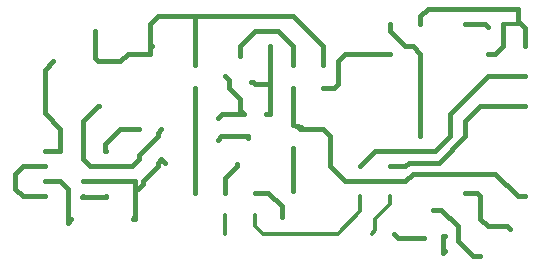
<source format=gbr>
G04 EAGLE Gerber RS-274X export*
G75*
%MOMM*%
%FSLAX34Y34*%
%LPD*%
%INTop Copper*%
%IPPOS*%
%AMOC8*
5,1,8,0,0,1.08239X$1,22.5*%
G01*
%ADD10C,0.406400*%
%ADD11C,0.304800*%


D10*
X44450Y88900D02*
X62900Y88900D01*
X44450Y88900D02*
X38100Y82550D01*
X38100Y69850D01*
X44450Y63500D01*
X62900Y63500D01*
X241300Y66650D02*
X252438Y66650D01*
X263525Y55563D01*
X263525Y46175D01*
X263550Y46150D01*
X215900Y66650D02*
X215900Y79375D01*
X225450Y88925D02*
X225450Y90600D01*
X225450Y88925D02*
X215900Y79375D01*
X142400Y69850D02*
X139700Y69850D01*
X161900Y95250D02*
X165100Y92050D01*
X114900Y76200D02*
X95250Y76200D01*
X158750Y88900D02*
X158750Y92100D01*
X161900Y95250D01*
X139700Y69850D02*
X139700Y46750D01*
X137400Y44450D01*
X139700Y69850D02*
X139700Y76200D01*
X114900Y76200D01*
X146050Y76200D02*
X158750Y88900D01*
X146050Y76200D02*
X146050Y73500D01*
X142400Y69850D01*
X139192Y44450D02*
X137400Y44450D01*
X138684Y43942D02*
X139192Y44450D01*
D11*
X215900Y47650D02*
X215900Y31750D01*
X330200Y50800D02*
X330200Y63500D01*
X330200Y50800D02*
X311150Y31750D01*
X247650Y31750D01*
X241300Y38100D01*
X241300Y47650D01*
D10*
X298450Y155600D02*
X308000Y155600D01*
X311150Y158750D01*
X311150Y177800D01*
X317500Y184150D01*
X355600Y184150D01*
X435610Y209550D02*
X438150Y207010D01*
X435610Y209550D02*
X419100Y209550D01*
X419100Y127000D02*
X419100Y114300D01*
X419100Y127000D02*
X431800Y139700D01*
X469900Y139700D01*
X368300Y88900D02*
X355600Y88900D01*
X368300Y88900D02*
X371475Y92075D01*
X396875Y92075D01*
X419100Y114300D01*
X342900Y101600D02*
X330200Y88900D01*
X342900Y101600D02*
X393700Y101600D01*
X406400Y114300D01*
X406400Y133350D01*
X438150Y165100D01*
X469900Y165100D01*
X273050Y155600D02*
X273050Y123800D01*
X279756Y121920D01*
X304800Y88900D02*
X317500Y76200D01*
X304800Y88900D02*
X304800Y114300D01*
X463550Y63500D02*
X469900Y63500D01*
X463550Y63500D02*
X444500Y82550D01*
D11*
X279400Y120650D02*
X273050Y123800D01*
D10*
X279400Y120650D02*
X298450Y120650D01*
X304800Y114300D01*
X374650Y82550D02*
X444500Y82550D01*
X374650Y82550D02*
X368300Y76200D01*
X317500Y76200D01*
X431800Y50750D02*
X431800Y44450D01*
X438150Y38100D01*
X454500Y38100D01*
X457200Y35400D01*
X431800Y50750D02*
X431800Y63500D01*
X428625Y66675D02*
X419100Y66675D01*
X428625Y66675D02*
X431800Y63500D01*
X273050Y68150D02*
X273050Y104800D01*
X273050Y174600D02*
X273050Y190500D01*
X260350Y203200D01*
X241300Y203200D01*
X228600Y190500D01*
X228600Y182450D01*
X234950Y114300D02*
X234950Y112600D01*
X234950Y114300D02*
X212700Y114300D01*
X209550Y111150D01*
X219100Y161900D02*
X215900Y165100D01*
X212750Y133350D02*
X231800Y133350D01*
X212750Y133350D02*
X209550Y130150D01*
X219100Y155550D02*
X219100Y160450D01*
X219100Y155550D02*
X228600Y146050D01*
X228600Y136550D01*
X231800Y133350D01*
X219100Y160450D02*
X219100Y161900D01*
D11*
X355600Y63500D02*
X355600Y57150D01*
X342900Y44450D01*
X342900Y34900D01*
X339750Y31750D01*
D10*
X142900Y120650D02*
X127000Y120650D01*
X114300Y107950D01*
X114300Y102200D01*
X114900Y101600D01*
X101600Y88900D02*
X136550Y88900D01*
X142900Y95250D01*
X142900Y98450D01*
X158750Y114300D01*
X158750Y117500D01*
X161900Y120650D01*
X101600Y88900D02*
X95250Y95250D01*
X107950Y139700D02*
X108900Y139700D01*
X107950Y139700D02*
X95250Y127000D01*
X95250Y95250D01*
X114900Y63500D02*
X114646Y63246D01*
X94996Y63246D01*
X190500Y66650D02*
X190500Y88900D01*
X190500Y155600D01*
X95250Y63500D02*
X94996Y63246D01*
X62900Y133700D02*
X62900Y170800D01*
X69900Y177800D01*
X76200Y101600D02*
X62900Y101600D01*
X76200Y101600D02*
X76200Y120400D01*
X62900Y133700D01*
X62900Y76200D02*
X76200Y76200D01*
X82550Y69850D01*
X82550Y40800D01*
X85250Y44450D01*
X105250Y180450D02*
X105250Y203200D01*
X105250Y180450D02*
X107900Y177800D01*
X152400Y189450D02*
X153958Y191008D01*
X190500Y190500D02*
X190500Y174600D01*
X298450Y174600D02*
X298450Y190500D01*
X273050Y215900D01*
X190500Y215900D02*
X158750Y215900D01*
X190500Y215900D02*
X273050Y215900D01*
X158750Y215900D02*
X152400Y209550D01*
X190500Y215900D02*
X190500Y190500D01*
X152400Y189450D02*
X152400Y209550D01*
X127000Y177800D02*
X107900Y177800D01*
X127000Y177800D02*
X133350Y184150D01*
X152400Y184150D01*
X152400Y189450D01*
X250800Y133350D02*
X254000Y133350D01*
X254000Y158750D01*
X239600Y160450D02*
X238100Y160450D01*
X239600Y160450D02*
X241300Y158750D01*
X254000Y158750D01*
X254000Y190500D01*
X381000Y209550D02*
X381000Y215900D01*
X387350Y222250D01*
X463550Y222250D01*
X463550Y212090D01*
X466090Y209550D01*
X469900Y205740D02*
X469900Y190500D01*
X469900Y205740D02*
X466090Y209550D01*
X384175Y28575D02*
X384200Y28550D01*
X384175Y28575D02*
X361925Y28575D01*
X358750Y31750D01*
X392112Y52276D02*
X398574Y52276D01*
X412750Y38100D01*
X412750Y25400D01*
X425450Y12700D01*
X431750Y12700D01*
X431800Y12750D01*
X355600Y203200D02*
X355600Y209550D01*
X381000Y184150D02*
X381000Y114300D01*
X381000Y184150D02*
X374650Y190500D01*
X368300Y190500D01*
X355600Y203200D01*
X401613Y17438D02*
X400050Y15875D01*
X400050Y30276D02*
X401612Y30276D01*
X400050Y30276D02*
X400050Y15875D01*
X438150Y184150D02*
X444500Y184150D01*
X450850Y190500D01*
X450850Y209550D01*
D11*
X463550Y209550D01*
M02*

</source>
